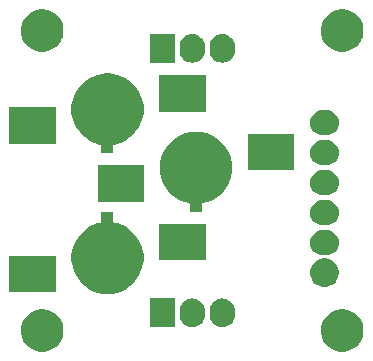
<source format=gbr>
G04 #@! TF.GenerationSoftware,KiCad,Pcbnew,(5.0.0)*
G04 #@! TF.CreationDate,2018-11-19T11:24:39+03:00*
G04 #@! TF.ProjectId,NeoP_1x3,4E656F505F3178332E6B696361645F70,rev?*
G04 #@! TF.SameCoordinates,Original*
G04 #@! TF.FileFunction,Soldermask,Top*
G04 #@! TF.FilePolarity,Negative*
%FSLAX46Y46*%
G04 Gerber Fmt 4.6, Leading zero omitted, Abs format (unit mm)*
G04 Created by KiCad (PCBNEW (5.0.0)) date 11/19/18 11:24:39*
%MOMM*%
%LPD*%
G01*
G04 APERTURE LIST*
%ADD10C,0.100000*%
G04 APERTURE END LIST*
D10*
G36*
X125809122Y-98246115D02*
X125925041Y-98269173D01*
X126252620Y-98404861D01*
X126543511Y-98599228D01*
X126547436Y-98601851D01*
X126798149Y-98852564D01*
X126798151Y-98852567D01*
X126995139Y-99147380D01*
X127130827Y-99474959D01*
X127153885Y-99590878D01*
X127200000Y-99822714D01*
X127200000Y-100177286D01*
X127130827Y-100525040D01*
X126995140Y-100852618D01*
X126798149Y-101147436D01*
X126547436Y-101398149D01*
X126547433Y-101398151D01*
X126252620Y-101595139D01*
X125925041Y-101730827D01*
X125809122Y-101753885D01*
X125577286Y-101800000D01*
X125222714Y-101800000D01*
X124990878Y-101753885D01*
X124874959Y-101730827D01*
X124547380Y-101595139D01*
X124252567Y-101398151D01*
X124252564Y-101398149D01*
X124001851Y-101147436D01*
X123804860Y-100852618D01*
X123669173Y-100525040D01*
X123600000Y-100177286D01*
X123600000Y-99822714D01*
X123646115Y-99590878D01*
X123669173Y-99474959D01*
X123804861Y-99147380D01*
X124001849Y-98852567D01*
X124001851Y-98852564D01*
X124252564Y-98601851D01*
X124256489Y-98599228D01*
X124547380Y-98404861D01*
X124874959Y-98269173D01*
X124990878Y-98246115D01*
X125222714Y-98200000D01*
X125577286Y-98200000D01*
X125809122Y-98246115D01*
X125809122Y-98246115D01*
G37*
G36*
X100409122Y-98246115D02*
X100525041Y-98269173D01*
X100852620Y-98404861D01*
X101143511Y-98599228D01*
X101147436Y-98601851D01*
X101398149Y-98852564D01*
X101398151Y-98852567D01*
X101595139Y-99147380D01*
X101730827Y-99474959D01*
X101753885Y-99590878D01*
X101800000Y-99822714D01*
X101800000Y-100177286D01*
X101730827Y-100525040D01*
X101595140Y-100852618D01*
X101398149Y-101147436D01*
X101147436Y-101398149D01*
X101147433Y-101398151D01*
X100852620Y-101595139D01*
X100525041Y-101730827D01*
X100409122Y-101753885D01*
X100177286Y-101800000D01*
X99822714Y-101800000D01*
X99590878Y-101753885D01*
X99474959Y-101730827D01*
X99147380Y-101595139D01*
X98852567Y-101398151D01*
X98852564Y-101398149D01*
X98601851Y-101147436D01*
X98404860Y-100852618D01*
X98269173Y-100525040D01*
X98200000Y-100177286D01*
X98200000Y-99822714D01*
X98246115Y-99590878D01*
X98269173Y-99474959D01*
X98404861Y-99147380D01*
X98601849Y-98852567D01*
X98601851Y-98852564D01*
X98852564Y-98601851D01*
X98856489Y-98599228D01*
X99147380Y-98404861D01*
X99474959Y-98269173D01*
X99590878Y-98246115D01*
X99822714Y-98200000D01*
X100177286Y-98200000D01*
X100409122Y-98246115D01*
X100409122Y-98246115D01*
G37*
G36*
X115448502Y-97299389D02*
X115648990Y-97360207D01*
X115833759Y-97458967D01*
X115833762Y-97458969D01*
X115833763Y-97458970D01*
X115995718Y-97591882D01*
X115995719Y-97591884D01*
X115995721Y-97591885D01*
X116128631Y-97753836D01*
X116227393Y-97938609D01*
X116288211Y-98139097D01*
X116303600Y-98295349D01*
X116303600Y-98704650D01*
X116288211Y-98860902D01*
X116227393Y-99061390D01*
X116128633Y-99246159D01*
X116128631Y-99246162D01*
X116128630Y-99246163D01*
X115995718Y-99408118D01*
X115995716Y-99408119D01*
X115995715Y-99408121D01*
X115833764Y-99541031D01*
X115648991Y-99639793D01*
X115448503Y-99700611D01*
X115240000Y-99721146D01*
X115031498Y-99700611D01*
X114831010Y-99639793D01*
X114646237Y-99541031D01*
X114484283Y-99408118D01*
X114351372Y-99246165D01*
X114351370Y-99246163D01*
X114252607Y-99061391D01*
X114233289Y-98997708D01*
X114191789Y-98860903D01*
X114176400Y-98704651D01*
X114176400Y-98295350D01*
X114191789Y-98139098D01*
X114252607Y-97938610D01*
X114351367Y-97753841D01*
X114484280Y-97591885D01*
X114484282Y-97591882D01*
X114484284Y-97591881D01*
X114484285Y-97591879D01*
X114646236Y-97458969D01*
X114831009Y-97360207D01*
X115031497Y-97299389D01*
X115240000Y-97278854D01*
X115448502Y-97299389D01*
X115448502Y-97299389D01*
G37*
G36*
X112908502Y-97299389D02*
X113108990Y-97360207D01*
X113293759Y-97458967D01*
X113293762Y-97458969D01*
X113293763Y-97458970D01*
X113455718Y-97591882D01*
X113455719Y-97591884D01*
X113455721Y-97591885D01*
X113588631Y-97753836D01*
X113687393Y-97938609D01*
X113748211Y-98139097D01*
X113763600Y-98295349D01*
X113763600Y-98704650D01*
X113748211Y-98860902D01*
X113687393Y-99061390D01*
X113588633Y-99246159D01*
X113588631Y-99246162D01*
X113588630Y-99246163D01*
X113455718Y-99408118D01*
X113455716Y-99408119D01*
X113455715Y-99408121D01*
X113293764Y-99541031D01*
X113108991Y-99639793D01*
X112908503Y-99700611D01*
X112700000Y-99721146D01*
X112491498Y-99700611D01*
X112291010Y-99639793D01*
X112106237Y-99541031D01*
X111944283Y-99408118D01*
X111811372Y-99246165D01*
X111811370Y-99246163D01*
X111712607Y-99061391D01*
X111693289Y-98997708D01*
X111651789Y-98860903D01*
X111636400Y-98704651D01*
X111636400Y-98295350D01*
X111651789Y-98139098D01*
X111712607Y-97938610D01*
X111811367Y-97753841D01*
X111944280Y-97591885D01*
X111944282Y-97591882D01*
X111944284Y-97591881D01*
X111944285Y-97591879D01*
X112106236Y-97458969D01*
X112291009Y-97360207D01*
X112491497Y-97299389D01*
X112700000Y-97278854D01*
X112908502Y-97299389D01*
X112908502Y-97299389D01*
G37*
G36*
X111223600Y-99716000D02*
X109096400Y-99716000D01*
X109096400Y-97284000D01*
X111223600Y-97284000D01*
X111223600Y-99716000D01*
X111223600Y-99716000D01*
G37*
G36*
X106000000Y-90733554D02*
X106002402Y-90757940D01*
X106009515Y-90781389D01*
X106021066Y-90803000D01*
X106036612Y-90821942D01*
X106055554Y-90837488D01*
X106077165Y-90849039D01*
X106100612Y-90856152D01*
X106422652Y-90920209D01*
X106977717Y-91150125D01*
X107477262Y-91483910D01*
X107902090Y-91908738D01*
X108235875Y-92408283D01*
X108465791Y-92963348D01*
X108535881Y-93315718D01*
X108583000Y-93552600D01*
X108583000Y-94153400D01*
X108566321Y-94237251D01*
X108465791Y-94742652D01*
X108235875Y-95297717D01*
X107902090Y-95797262D01*
X107477262Y-96222090D01*
X106977717Y-96555875D01*
X106422652Y-96785791D01*
X105917251Y-96886321D01*
X105833400Y-96903000D01*
X105232600Y-96903000D01*
X105148749Y-96886321D01*
X104643348Y-96785791D01*
X104088283Y-96555875D01*
X103588738Y-96222090D01*
X103163910Y-95797262D01*
X102830125Y-95297717D01*
X102600209Y-94742652D01*
X102499679Y-94237251D01*
X102483000Y-94153400D01*
X102483000Y-93552600D01*
X102530119Y-93315718D01*
X102600209Y-92963348D01*
X102830125Y-92408283D01*
X103163910Y-91908738D01*
X103588738Y-91483910D01*
X104088283Y-91150125D01*
X104643348Y-90920209D01*
X104899394Y-90869279D01*
X104922835Y-90862168D01*
X104944446Y-90850617D01*
X104963388Y-90835071D01*
X104978934Y-90816129D01*
X104990485Y-90794518D01*
X104997598Y-90771069D01*
X105000000Y-90746683D01*
X105000000Y-90000000D01*
X106000000Y-90000000D01*
X106000000Y-90733554D01*
X106000000Y-90733554D01*
G37*
G36*
X101133000Y-96753000D02*
X97233000Y-96753000D01*
X97233000Y-93653000D01*
X101133000Y-93653000D01*
X101133000Y-96753000D01*
X101133000Y-96753000D01*
G37*
G36*
X124254692Y-93930729D02*
X124475993Y-94022395D01*
X124675158Y-94155473D01*
X124844527Y-94324842D01*
X124977605Y-94524007D01*
X125069271Y-94745308D01*
X125116000Y-94980233D01*
X125116000Y-95219767D01*
X125069271Y-95454692D01*
X124977605Y-95675993D01*
X124844527Y-95875158D01*
X124675158Y-96044527D01*
X124475993Y-96177605D01*
X124254692Y-96269271D01*
X124019767Y-96316000D01*
X123780233Y-96316000D01*
X123545308Y-96269271D01*
X123324007Y-96177605D01*
X123124842Y-96044527D01*
X122955473Y-95875158D01*
X122822395Y-95675993D01*
X122730729Y-95454692D01*
X122684000Y-95219767D01*
X122684000Y-94980233D01*
X122730729Y-94745308D01*
X122822395Y-94524007D01*
X122955473Y-94324842D01*
X123124842Y-94155473D01*
X123324007Y-94022395D01*
X123545308Y-93930729D01*
X123780233Y-93884000D01*
X124019767Y-93884000D01*
X124254692Y-93930729D01*
X124254692Y-93930729D01*
G37*
G36*
X113833000Y-94053000D02*
X109933000Y-94053000D01*
X109933000Y-90953000D01*
X113833000Y-90953000D01*
X113833000Y-94053000D01*
X113833000Y-94053000D01*
G37*
G36*
X124260903Y-91511789D02*
X124461391Y-91572607D01*
X124646164Y-91671369D01*
X124808118Y-91804282D01*
X124941031Y-91966236D01*
X125039793Y-92151009D01*
X125100611Y-92351497D01*
X125121146Y-92560000D01*
X125100611Y-92768503D01*
X125039793Y-92968991D01*
X124941031Y-93153764D01*
X124808118Y-93315718D01*
X124646164Y-93448631D01*
X124461391Y-93547393D01*
X124260903Y-93608211D01*
X124104651Y-93623600D01*
X123695349Y-93623600D01*
X123539097Y-93608211D01*
X123338609Y-93547393D01*
X123153836Y-93448631D01*
X122991882Y-93315718D01*
X122858969Y-93153764D01*
X122760207Y-92968991D01*
X122699389Y-92768503D01*
X122678854Y-92560000D01*
X122699389Y-92351497D01*
X122760207Y-92151009D01*
X122858969Y-91966236D01*
X122991882Y-91804282D01*
X123153836Y-91671369D01*
X123338609Y-91572607D01*
X123539097Y-91511789D01*
X123695349Y-91496400D01*
X124104651Y-91496400D01*
X124260903Y-91511789D01*
X124260903Y-91511789D01*
G37*
G36*
X124260903Y-88971789D02*
X124461391Y-89032607D01*
X124646164Y-89131369D01*
X124808118Y-89264282D01*
X124941031Y-89426236D01*
X125039793Y-89611009D01*
X125100611Y-89811497D01*
X125121146Y-90020000D01*
X125100611Y-90228503D01*
X125039793Y-90428991D01*
X124941031Y-90613764D01*
X124808118Y-90775718D01*
X124646164Y-90908631D01*
X124461391Y-91007393D01*
X124260903Y-91068211D01*
X124104651Y-91083600D01*
X123695349Y-91083600D01*
X123539097Y-91068211D01*
X123338609Y-91007393D01*
X123153836Y-90908631D01*
X122991882Y-90775718D01*
X122858969Y-90613764D01*
X122760207Y-90428991D01*
X122699389Y-90228503D01*
X122678854Y-90020000D01*
X122699389Y-89811497D01*
X122760207Y-89611009D01*
X122858969Y-89426236D01*
X122991882Y-89264282D01*
X123153836Y-89131369D01*
X123338609Y-89032607D01*
X123539097Y-88971789D01*
X123695349Y-88956400D01*
X124104651Y-88956400D01*
X124260903Y-88971789D01*
X124260903Y-88971789D01*
G37*
G36*
X113409251Y-83191679D02*
X113914652Y-83292209D01*
X114469717Y-83522125D01*
X114969262Y-83855910D01*
X115394090Y-84280738D01*
X115727875Y-84780283D01*
X115957791Y-85335348D01*
X116075000Y-85924601D01*
X116075000Y-86525399D01*
X115957791Y-87114652D01*
X115727875Y-87669717D01*
X115394090Y-88169262D01*
X114969262Y-88594090D01*
X114469717Y-88927875D01*
X113914652Y-89157791D01*
X113600608Y-89220258D01*
X113577165Y-89227369D01*
X113555554Y-89238920D01*
X113536612Y-89254466D01*
X113521066Y-89273408D01*
X113509515Y-89295019D01*
X113502402Y-89318468D01*
X113500000Y-89342854D01*
X113500000Y-90000000D01*
X112500000Y-90000000D01*
X112500000Y-89332909D01*
X112497598Y-89308523D01*
X112490485Y-89285074D01*
X112478934Y-89263463D01*
X112463388Y-89244521D01*
X112444446Y-89228975D01*
X112422835Y-89217424D01*
X112399390Y-89210312D01*
X112135348Y-89157791D01*
X111580283Y-88927875D01*
X111080738Y-88594090D01*
X110655910Y-88169262D01*
X110322125Y-87669717D01*
X110092209Y-87114652D01*
X109975000Y-86525399D01*
X109975000Y-85924601D01*
X110092209Y-85335348D01*
X110322125Y-84780283D01*
X110655910Y-84280738D01*
X111080738Y-83855910D01*
X111580283Y-83522125D01*
X112135348Y-83292209D01*
X112640749Y-83191679D01*
X112724600Y-83175000D01*
X113325400Y-83175000D01*
X113409251Y-83191679D01*
X113409251Y-83191679D01*
G37*
G36*
X108625000Y-89125000D02*
X104725000Y-89125000D01*
X104725000Y-86025000D01*
X108625000Y-86025000D01*
X108625000Y-89125000D01*
X108625000Y-89125000D01*
G37*
G36*
X124260903Y-86431789D02*
X124461391Y-86492607D01*
X124646164Y-86591369D01*
X124808118Y-86724282D01*
X124941031Y-86886236D01*
X125039793Y-87071009D01*
X125100611Y-87271497D01*
X125121146Y-87480000D01*
X125100611Y-87688503D01*
X125039793Y-87888991D01*
X124941031Y-88073764D01*
X124808118Y-88235718D01*
X124646164Y-88368631D01*
X124461391Y-88467393D01*
X124260903Y-88528211D01*
X124104651Y-88543600D01*
X123695349Y-88543600D01*
X123539097Y-88528211D01*
X123338609Y-88467393D01*
X123153836Y-88368631D01*
X122991882Y-88235718D01*
X122858969Y-88073764D01*
X122760207Y-87888991D01*
X122699389Y-87688503D01*
X122678854Y-87480000D01*
X122699389Y-87271497D01*
X122760207Y-87071009D01*
X122858969Y-86886236D01*
X122991882Y-86724282D01*
X123153836Y-86591369D01*
X123338609Y-86492607D01*
X123539097Y-86431789D01*
X123695349Y-86416400D01*
X124104651Y-86416400D01*
X124260903Y-86431789D01*
X124260903Y-86431789D01*
G37*
G36*
X121325000Y-86425000D02*
X117425000Y-86425000D01*
X117425000Y-83325000D01*
X121325000Y-83325000D01*
X121325000Y-86425000D01*
X121325000Y-86425000D01*
G37*
G36*
X124260903Y-83891789D02*
X124461391Y-83952607D01*
X124646164Y-84051369D01*
X124808118Y-84184282D01*
X124941031Y-84346236D01*
X125039793Y-84531009D01*
X125100611Y-84731497D01*
X125121146Y-84940000D01*
X125100611Y-85148503D01*
X125039793Y-85348991D01*
X124941031Y-85533764D01*
X124808118Y-85695718D01*
X124646164Y-85828631D01*
X124461391Y-85927393D01*
X124260903Y-85988211D01*
X124104651Y-86003600D01*
X123695349Y-86003600D01*
X123539097Y-85988211D01*
X123338609Y-85927393D01*
X123153836Y-85828631D01*
X122991882Y-85695718D01*
X122858969Y-85533764D01*
X122760207Y-85348991D01*
X122699389Y-85148503D01*
X122678854Y-84940000D01*
X122699389Y-84731497D01*
X122760207Y-84531009D01*
X122858969Y-84346236D01*
X122991882Y-84184282D01*
X123153836Y-84051369D01*
X123338609Y-83952607D01*
X123539097Y-83891789D01*
X123695349Y-83876400D01*
X124104651Y-83876400D01*
X124260903Y-83891789D01*
X124260903Y-83891789D01*
G37*
G36*
X105917251Y-78246679D02*
X106422652Y-78347209D01*
X106977717Y-78577125D01*
X107477262Y-78910910D01*
X107902090Y-79335738D01*
X108235875Y-79835283D01*
X108465791Y-80390348D01*
X108583000Y-80979601D01*
X108583000Y-81580399D01*
X108465791Y-82169652D01*
X108235875Y-82724717D01*
X107902090Y-83224262D01*
X107477262Y-83649090D01*
X106977717Y-83982875D01*
X106422652Y-84212791D01*
X106100612Y-84276848D01*
X106077164Y-84283961D01*
X106055553Y-84295512D01*
X106036611Y-84311058D01*
X106021066Y-84330000D01*
X106009515Y-84351611D01*
X106002402Y-84375060D01*
X106000000Y-84399446D01*
X106000000Y-85000000D01*
X105000000Y-85000000D01*
X105000000Y-84386317D01*
X104997598Y-84361931D01*
X104990485Y-84338482D01*
X104978934Y-84316871D01*
X104963388Y-84297929D01*
X104944446Y-84282383D01*
X104922835Y-84270832D01*
X104899394Y-84263721D01*
X104643348Y-84212791D01*
X104088283Y-83982875D01*
X103588738Y-83649090D01*
X103163910Y-83224262D01*
X102830125Y-82724717D01*
X102600209Y-82169652D01*
X102483000Y-81580399D01*
X102483000Y-80979601D01*
X102600209Y-80390348D01*
X102830125Y-79835283D01*
X103163910Y-79335738D01*
X103588738Y-78910910D01*
X104088283Y-78577125D01*
X104643348Y-78347209D01*
X105148749Y-78246679D01*
X105232600Y-78230000D01*
X105833400Y-78230000D01*
X105917251Y-78246679D01*
X105917251Y-78246679D01*
G37*
G36*
X101133000Y-84180000D02*
X97233000Y-84180000D01*
X97233000Y-81080000D01*
X101133000Y-81080000D01*
X101133000Y-84180000D01*
X101133000Y-84180000D01*
G37*
G36*
X124260903Y-81351789D02*
X124461391Y-81412607D01*
X124646164Y-81511369D01*
X124808118Y-81644282D01*
X124941031Y-81806236D01*
X125039793Y-81991009D01*
X125100611Y-82191497D01*
X125121146Y-82400000D01*
X125100611Y-82608503D01*
X125039793Y-82808991D01*
X124941031Y-82993764D01*
X124808118Y-83155718D01*
X124646164Y-83288631D01*
X124461391Y-83387393D01*
X124260903Y-83448211D01*
X124104651Y-83463600D01*
X123695349Y-83463600D01*
X123539097Y-83448211D01*
X123338609Y-83387393D01*
X123153836Y-83288631D01*
X122991882Y-83155718D01*
X122858969Y-82993764D01*
X122760207Y-82808991D01*
X122699389Y-82608503D01*
X122678854Y-82400000D01*
X122699389Y-82191497D01*
X122760207Y-81991009D01*
X122858969Y-81806236D01*
X122991882Y-81644282D01*
X123153836Y-81511369D01*
X123338609Y-81412607D01*
X123539097Y-81351789D01*
X123695349Y-81336400D01*
X124104651Y-81336400D01*
X124260903Y-81351789D01*
X124260903Y-81351789D01*
G37*
G36*
X113833000Y-81480000D02*
X109933000Y-81480000D01*
X109933000Y-78380000D01*
X113833000Y-78380000D01*
X113833000Y-81480000D01*
X113833000Y-81480000D01*
G37*
G36*
X115448502Y-74899389D02*
X115648990Y-74960207D01*
X115833759Y-75058967D01*
X115833762Y-75058969D01*
X115833763Y-75058970D01*
X115995718Y-75191882D01*
X115995719Y-75191884D01*
X115995721Y-75191885D01*
X116128631Y-75353836D01*
X116227393Y-75538609D01*
X116288211Y-75739097D01*
X116303600Y-75895349D01*
X116303600Y-76304650D01*
X116288211Y-76460902D01*
X116227393Y-76661390D01*
X116128633Y-76846159D01*
X116128631Y-76846162D01*
X116128630Y-76846163D01*
X115995718Y-77008118D01*
X115995716Y-77008119D01*
X115995715Y-77008121D01*
X115833764Y-77141031D01*
X115648991Y-77239793D01*
X115448503Y-77300611D01*
X115240000Y-77321146D01*
X115031498Y-77300611D01*
X114831010Y-77239793D01*
X114646237Y-77141031D01*
X114484283Y-77008118D01*
X114351372Y-76846165D01*
X114351370Y-76846163D01*
X114252607Y-76661391D01*
X114233289Y-76597708D01*
X114191789Y-76460903D01*
X114176400Y-76304651D01*
X114176400Y-75895350D01*
X114191789Y-75739098D01*
X114252607Y-75538610D01*
X114351367Y-75353841D01*
X114484280Y-75191885D01*
X114484282Y-75191882D01*
X114484284Y-75191881D01*
X114484285Y-75191879D01*
X114646236Y-75058969D01*
X114831009Y-74960207D01*
X115031497Y-74899389D01*
X115240000Y-74878854D01*
X115448502Y-74899389D01*
X115448502Y-74899389D01*
G37*
G36*
X112908502Y-74899389D02*
X113108990Y-74960207D01*
X113293759Y-75058967D01*
X113293762Y-75058969D01*
X113293763Y-75058970D01*
X113455718Y-75191882D01*
X113455719Y-75191884D01*
X113455721Y-75191885D01*
X113588631Y-75353836D01*
X113687393Y-75538609D01*
X113748211Y-75739097D01*
X113763600Y-75895349D01*
X113763600Y-76304650D01*
X113748211Y-76460902D01*
X113687393Y-76661390D01*
X113588633Y-76846159D01*
X113588631Y-76846162D01*
X113588630Y-76846163D01*
X113455718Y-77008118D01*
X113455716Y-77008119D01*
X113455715Y-77008121D01*
X113293764Y-77141031D01*
X113108991Y-77239793D01*
X112908503Y-77300611D01*
X112700000Y-77321146D01*
X112491498Y-77300611D01*
X112291010Y-77239793D01*
X112106237Y-77141031D01*
X111944283Y-77008118D01*
X111811372Y-76846165D01*
X111811370Y-76846163D01*
X111712607Y-76661391D01*
X111693289Y-76597708D01*
X111651789Y-76460903D01*
X111636400Y-76304651D01*
X111636400Y-75895350D01*
X111651789Y-75739098D01*
X111712607Y-75538610D01*
X111811367Y-75353841D01*
X111944280Y-75191885D01*
X111944282Y-75191882D01*
X111944284Y-75191881D01*
X111944285Y-75191879D01*
X112106236Y-75058969D01*
X112291009Y-74960207D01*
X112491497Y-74899389D01*
X112700000Y-74878854D01*
X112908502Y-74899389D01*
X112908502Y-74899389D01*
G37*
G36*
X111223600Y-77316000D02*
X109096400Y-77316000D01*
X109096400Y-74884000D01*
X111223600Y-74884000D01*
X111223600Y-77316000D01*
X111223600Y-77316000D01*
G37*
G36*
X100409122Y-72846115D02*
X100525041Y-72869173D01*
X100852620Y-73004861D01*
X101143511Y-73199228D01*
X101147436Y-73201851D01*
X101398149Y-73452564D01*
X101595140Y-73747382D01*
X101730827Y-74074960D01*
X101800000Y-74422714D01*
X101800000Y-74777286D01*
X101753885Y-75009122D01*
X101730827Y-75125041D01*
X101703140Y-75191882D01*
X101595140Y-75452618D01*
X101398149Y-75747436D01*
X101147436Y-75998149D01*
X101147433Y-75998151D01*
X100852620Y-76195139D01*
X100525041Y-76330827D01*
X100409122Y-76353885D01*
X100177286Y-76400000D01*
X99822714Y-76400000D01*
X99590878Y-76353885D01*
X99474959Y-76330827D01*
X99147380Y-76195139D01*
X98852567Y-75998151D01*
X98852564Y-75998149D01*
X98601851Y-75747436D01*
X98404860Y-75452618D01*
X98296860Y-75191882D01*
X98269173Y-75125041D01*
X98246115Y-75009122D01*
X98200000Y-74777286D01*
X98200000Y-74422714D01*
X98269173Y-74074960D01*
X98404860Y-73747382D01*
X98601851Y-73452564D01*
X98852564Y-73201851D01*
X98856489Y-73199228D01*
X99147380Y-73004861D01*
X99474959Y-72869173D01*
X99590878Y-72846115D01*
X99822714Y-72800000D01*
X100177286Y-72800000D01*
X100409122Y-72846115D01*
X100409122Y-72846115D01*
G37*
G36*
X125809122Y-72846115D02*
X125925041Y-72869173D01*
X126252620Y-73004861D01*
X126543511Y-73199228D01*
X126547436Y-73201851D01*
X126798149Y-73452564D01*
X126995140Y-73747382D01*
X127130827Y-74074960D01*
X127200000Y-74422714D01*
X127200000Y-74777286D01*
X127153885Y-75009122D01*
X127130827Y-75125041D01*
X127103140Y-75191882D01*
X126995140Y-75452618D01*
X126798149Y-75747436D01*
X126547436Y-75998149D01*
X126547433Y-75998151D01*
X126252620Y-76195139D01*
X125925041Y-76330827D01*
X125809122Y-76353885D01*
X125577286Y-76400000D01*
X125222714Y-76400000D01*
X124990878Y-76353885D01*
X124874959Y-76330827D01*
X124547380Y-76195139D01*
X124252567Y-75998151D01*
X124252564Y-75998149D01*
X124001851Y-75747436D01*
X123804860Y-75452618D01*
X123696860Y-75191882D01*
X123669173Y-75125041D01*
X123646115Y-75009122D01*
X123600000Y-74777286D01*
X123600000Y-74422714D01*
X123669173Y-74074960D01*
X123804860Y-73747382D01*
X124001851Y-73452564D01*
X124252564Y-73201851D01*
X124256489Y-73199228D01*
X124547380Y-73004861D01*
X124874959Y-72869173D01*
X124990878Y-72846115D01*
X125222714Y-72800000D01*
X125577286Y-72800000D01*
X125809122Y-72846115D01*
X125809122Y-72846115D01*
G37*
M02*

</source>
